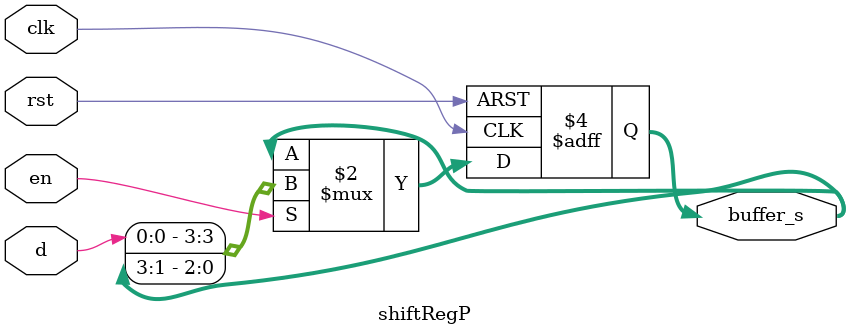
<source format=v>
module shiftRegP #(parameter N = 4) // # of stages
    (input wire clk,
     input wire rst,
     input wire en,
     input wire d,
     output reg [N-1:0] buffer_s);



    always @(posedge clk, posedge rst) begin
        if (rst) begin
            //buffer_s <= {N{1'b0}};
            buffer_s <= 0;
        end else if (en) begin
            buffer_s <= {d, buffer_s[N-1:1]};
        end
    end

    //assign q = buffer_s[0];

endmodule

</source>
